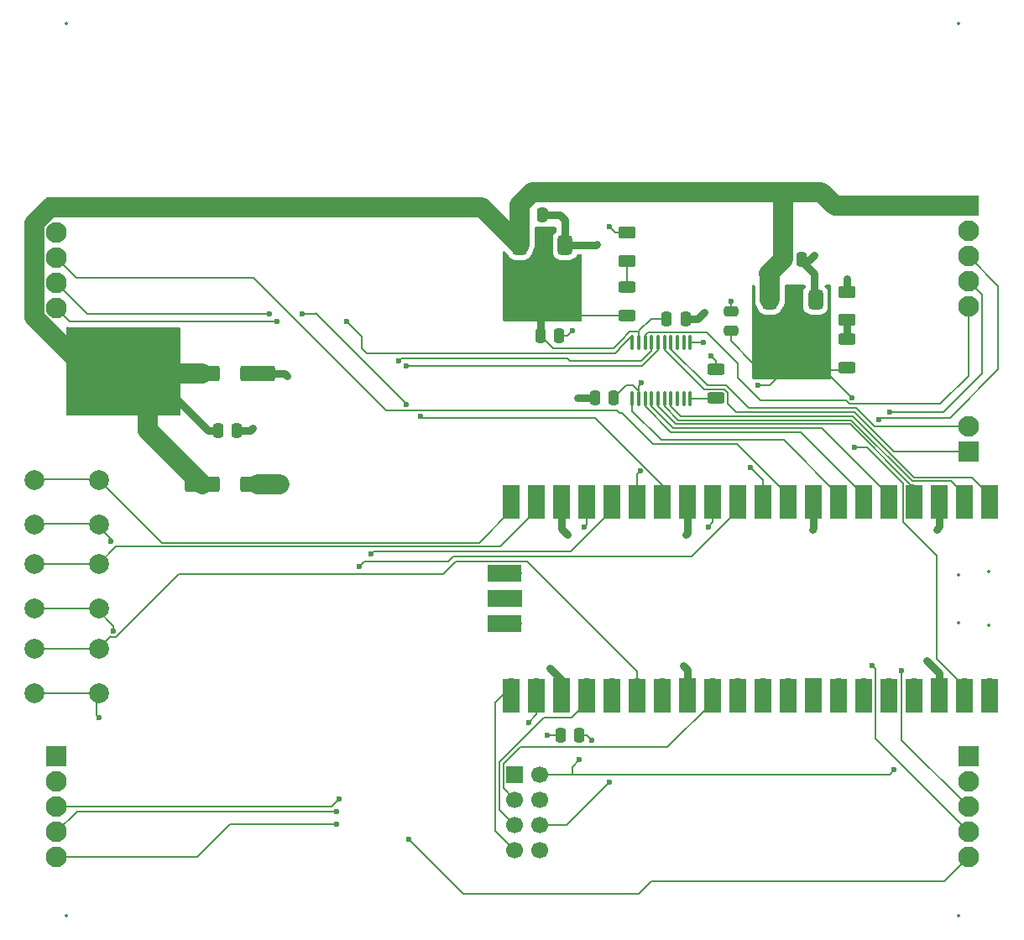
<source format=gtl>
%TF.GenerationSoftware,KiCad,Pcbnew,8.0.5*%
%TF.CreationDate,2025-02-14T12:54:28+01:00*%
%TF.ProjectId,main_board,6d61696e-5f62-46f6-9172-642e6b696361,rev?*%
%TF.SameCoordinates,Original*%
%TF.FileFunction,Copper,L1,Top*%
%TF.FilePolarity,Positive*%
%FSLAX46Y46*%
G04 Gerber Fmt 4.6, Leading zero omitted, Abs format (unit mm)*
G04 Created by KiCad (PCBNEW 8.0.5) date 2025-02-14 12:54:28*
%MOMM*%
%LPD*%
G01*
G04 APERTURE LIST*
G04 Aperture macros list*
%AMRoundRect*
0 Rectangle with rounded corners*
0 $1 Rounding radius*
0 $2 $3 $4 $5 $6 $7 $8 $9 X,Y pos of 4 corners*
0 Add a 4 corners polygon primitive as box body*
4,1,4,$2,$3,$4,$5,$6,$7,$8,$9,$2,$3,0*
0 Add four circle primitives for the rounded corners*
1,1,$1+$1,$2,$3*
1,1,$1+$1,$4,$5*
1,1,$1+$1,$6,$7*
1,1,$1+$1,$8,$9*
0 Add four rect primitives between the rounded corners*
20,1,$1+$1,$2,$3,$4,$5,0*
20,1,$1+$1,$4,$5,$6,$7,0*
20,1,$1+$1,$6,$7,$8,$9,0*
20,1,$1+$1,$8,$9,$2,$3,0*%
G04 Aperture macros list end*
%TA.AperFunction,SMDPad,CuDef*%
%ADD10RoundRect,0.250000X-0.250000X-0.475000X0.250000X-0.475000X0.250000X0.475000X-0.250000X0.475000X0*%
%TD*%
%TA.AperFunction,SMDPad,CuDef*%
%ADD11RoundRect,0.250000X-1.500000X-0.550000X1.500000X-0.550000X1.500000X0.550000X-1.500000X0.550000X0*%
%TD*%
%TA.AperFunction,SMDPad,CuDef*%
%ADD12RoundRect,0.375000X-0.375000X0.625000X-0.375000X-0.625000X0.375000X-0.625000X0.375000X0.625000X0*%
%TD*%
%TA.AperFunction,SMDPad,CuDef*%
%ADD13RoundRect,0.500000X-1.400000X0.500000X-1.400000X-0.500000X1.400000X-0.500000X1.400000X0.500000X0*%
%TD*%
%TA.AperFunction,ComponentPad*%
%ADD14R,1.700000X1.700000*%
%TD*%
%TA.AperFunction,ComponentPad*%
%ADD15C,1.700000*%
%TD*%
%TA.AperFunction,ComponentPad*%
%ADD16R,2.100000X2.100000*%
%TD*%
%TA.AperFunction,ComponentPad*%
%ADD17C,2.100000*%
%TD*%
%TA.AperFunction,ComponentPad*%
%ADD18O,1.700000X1.700000*%
%TD*%
%TA.AperFunction,SMDPad,CuDef*%
%ADD19R,1.700000X3.500000*%
%TD*%
%TA.AperFunction,SMDPad,CuDef*%
%ADD20R,3.500000X1.700000*%
%TD*%
%TA.AperFunction,SMDPad,CuDef*%
%ADD21RoundRect,0.250000X0.625000X-0.312500X0.625000X0.312500X-0.625000X0.312500X-0.625000X-0.312500X0*%
%TD*%
%TA.AperFunction,SMDPad,CuDef*%
%ADD22RoundRect,0.250000X-0.625000X0.375000X-0.625000X-0.375000X0.625000X-0.375000X0.625000X0.375000X0*%
%TD*%
%TA.AperFunction,ComponentPad*%
%ADD23C,2.000000*%
%TD*%
%TA.AperFunction,SMDPad,CuDef*%
%ADD24RoundRect,0.250000X0.250000X0.475000X-0.250000X0.475000X-0.250000X-0.475000X0.250000X-0.475000X0*%
%TD*%
%TA.AperFunction,SMDPad,CuDef*%
%ADD25RoundRect,0.250000X-0.625000X0.312500X-0.625000X-0.312500X0.625000X-0.312500X0.625000X0.312500X0*%
%TD*%
%TA.AperFunction,SMDPad,CuDef*%
%ADD26RoundRect,0.250000X0.475000X-0.250000X0.475000X0.250000X-0.475000X0.250000X-0.475000X-0.250000X0*%
%TD*%
%TA.AperFunction,SMDPad,CuDef*%
%ADD27RoundRect,0.100000X0.100000X-0.637500X0.100000X0.637500X-0.100000X0.637500X-0.100000X-0.637500X0*%
%TD*%
%TA.AperFunction,ViaPad*%
%ADD28C,0.600000*%
%TD*%
%TA.AperFunction,Conductor*%
%ADD29C,0.200000*%
%TD*%
%TA.AperFunction,Conductor*%
%ADD30C,2.000000*%
%TD*%
%TA.AperFunction,Conductor*%
%ADD31C,0.800000*%
%TD*%
%ADD32C,0.300000*%
%ADD33C,0.350000*%
G04 APERTURE END LIST*
D10*
%TO.P,C10,2*%
%TO.N,3.3V+*%
X156750000Y-126750000D03*
%TO.P,C10,1*%
%TO.N,GND*%
X154850000Y-126750000D03*
%TD*%
D11*
%TO.P,C9,1*%
%TO.N,BAT+*%
X118700000Y-101500000D03*
%TO.P,C9,2*%
%TO.N,GND*%
X124300000Y-101500000D03*
%TD*%
D12*
%TO.P,U5,1,ADJ*%
%TO.N,GND*%
X155300000Y-77350000D03*
%TO.P,U5,2,VO*%
%TO.N,5V+*%
X153000000Y-77350000D03*
D13*
X153000000Y-83650000D03*
D12*
%TO.P,U5,3,VI*%
%TO.N,BAT+*%
X150700000Y-77350000D03*
%TD*%
D11*
%TO.P,C2,1*%
%TO.N,BAT+*%
X118700000Y-90250000D03*
%TO.P,C2,2*%
%TO.N,GND*%
X124300000Y-90250000D03*
%TD*%
D14*
%TO.P,U3,1,GND*%
%TO.N,GND*%
X150210000Y-130750000D03*
D15*
%TO.P,U3,2,VCC*%
%TO.N,3.3V+*%
X152750000Y-130750000D03*
%TO.P,U3,3,CE*%
%TO.N,CE*%
X150210000Y-133290000D03*
%TO.P,U3,4,~{CSN}*%
%TO.N,CSN*%
X152750000Y-133290000D03*
%TO.P,U3,5,SCK*%
%TO.N,SCK*%
X150210000Y-135830000D03*
%TO.P,U3,6,MOSI*%
%TO.N,MOSI*%
X152750000Y-135830000D03*
%TO.P,U3,7,MISO*%
%TO.N,MISO*%
X150210000Y-138370000D03*
%TO.P,U3,8,IRQ*%
%TO.N,unconnected-(U3-IRQ-Pad8)*%
X152750000Y-138370000D03*
%TD*%
D16*
%TO.P,SERVO_4,1,Pin_1*%
%TO.N,BAT+*%
X196000000Y-128920000D03*
D17*
%TO.P,SERVO_4,2,Pin_2*%
%TO.N,GND*%
X196000000Y-131460000D03*
%TO.P,SERVO_4,3,Pin_3*%
%TO.N,LED_4*%
X196000000Y-134000000D03*
%TO.P,SERVO_4,4,Pin_4*%
%TO.N,BUT_4*%
X196000000Y-136540000D03*
%TO.P,SERVO_4,5,Pin_5*%
%TO.N,PWM_4*%
X196000000Y-139080000D03*
%TD*%
D16*
%TO.P,SERVO_2,1,Pin_1*%
%TO.N,BAT+*%
X196000000Y-73380000D03*
D17*
%TO.P,SERVO_2,2,Pin_2*%
%TO.N,GND*%
X196000000Y-75920000D03*
%TO.P,SERVO_2,3,Pin_3*%
%TO.N,LED_2*%
X196000000Y-78460000D03*
%TO.P,SERVO_2,4,Pin_4*%
%TO.N,BUT_2*%
X196000000Y-81000000D03*
%TO.P,SERVO_2,5,Pin_5*%
%TO.N,PWM_2*%
X196000000Y-83540000D03*
%TD*%
D10*
%TO.P,C7,1*%
%TO.N,5V+*%
X165550000Y-84750000D03*
%TO.P,C7,2*%
%TO.N,GND*%
X167450000Y-84750000D03*
%TD*%
D18*
%TO.P,U4,1,GPIO0*%
%TO.N,TX_3.3*%
X198130000Y-104110000D03*
D19*
X198130000Y-103210000D03*
D18*
%TO.P,U4,2,GPIO1*%
%TO.N,RX_3.3*%
X195590000Y-104110000D03*
D19*
X195590000Y-103210000D03*
D14*
%TO.P,U4,3,GND*%
%TO.N,GND*%
X193050000Y-104110000D03*
D19*
X193050000Y-103210000D03*
D18*
%TO.P,U4,4,GPIO2*%
%TO.N,PWM_1_3v3*%
X190510000Y-104110000D03*
D19*
X190510000Y-103210000D03*
D18*
%TO.P,U4,5,GPIO3*%
%TO.N,PWM_2_3v3*%
X187970000Y-104110000D03*
D19*
X187970000Y-103210000D03*
D18*
%TO.P,U4,6,GPIO4*%
%TO.N,PWM_3_3v3*%
X185430000Y-104110000D03*
D19*
X185430000Y-103210000D03*
D18*
%TO.P,U4,7,GPIO5*%
%TO.N,PWM_4_3v3*%
X182890000Y-104110000D03*
D19*
X182890000Y-103210000D03*
D14*
%TO.P,U4,8,GND*%
%TO.N,GND*%
X180350000Y-104110000D03*
D19*
X180350000Y-103210000D03*
D18*
%TO.P,U4,9,GPIO6*%
%TO.N,LED_1*%
X177810000Y-104110000D03*
D19*
X177810000Y-103210000D03*
D18*
%TO.P,U4,10,GPIO7*%
%TO.N,LED_2*%
X175270000Y-104110000D03*
D19*
X175270000Y-103210000D03*
D18*
%TO.P,U4,11,GPIO8*%
%TO.N,LED_3*%
X172730000Y-104110000D03*
D19*
X172730000Y-103210000D03*
D18*
%TO.P,U4,12,GPIO9*%
%TO.N,LED_4*%
X170190000Y-104110000D03*
D19*
X170190000Y-103210000D03*
D14*
%TO.P,U4,13,GND*%
%TO.N,GND*%
X167650000Y-104110000D03*
D19*
X167650000Y-103210000D03*
D18*
%TO.P,U4,14,GPIO10*%
%TO.N,BUT_1*%
X165110000Y-104110000D03*
D19*
X165110000Y-103210000D03*
D18*
%TO.P,U4,15,GPIO11*%
%TO.N,BUT_2*%
X162570000Y-104110000D03*
D19*
X162570000Y-103210000D03*
D18*
%TO.P,U4,16,GPIO12*%
%TO.N,BUT_3*%
X160030000Y-104110000D03*
D19*
X160030000Y-103210000D03*
D18*
%TO.P,U4,17,GPIO13*%
%TO.N,BUT_4*%
X157490000Y-104110000D03*
D19*
X157490000Y-103210000D03*
D14*
%TO.P,U4,18,GND*%
%TO.N,GND*%
X154950000Y-104110000D03*
D19*
X154950000Y-103210000D03*
D18*
%TO.P,U4,19,GPIO14*%
%TO.N,TEST_1*%
X152410000Y-104110000D03*
D19*
X152410000Y-103210000D03*
D18*
%TO.P,U4,20,GPIO15*%
%TO.N,TEST_2*%
X149870000Y-104110000D03*
D19*
X149870000Y-103210000D03*
D18*
%TO.P,U4,21,GPIO16*%
%TO.N,MISO*%
X149870000Y-121890000D03*
D19*
X149870000Y-122790000D03*
D18*
%TO.P,U4,22,GPIO17*%
%TO.N,CSN*%
X152410000Y-121890000D03*
D19*
X152410000Y-122790000D03*
D14*
%TO.P,U4,23,GND*%
%TO.N,GND*%
X154950000Y-121890000D03*
D19*
X154950000Y-122790000D03*
D18*
%TO.P,U4,24,GPIO18*%
%TO.N,SCK*%
X157490000Y-121890000D03*
D19*
X157490000Y-122790000D03*
D18*
%TO.P,U4,25,GPIO19*%
%TO.N,MOSI*%
X160030000Y-121890000D03*
D19*
X160030000Y-122790000D03*
D18*
%TO.P,U4,26,GPIO20*%
%TO.N,TEST_3*%
X162570000Y-121890000D03*
D19*
X162570000Y-122790000D03*
D18*
%TO.P,U4,27,GPIO21*%
%TO.N,unconnected-(U4-GPIO21-Pad27)*%
X165110000Y-121890000D03*
D19*
%TO.N,unconnected-(U4-GPIO21-Pad27)_1*%
X165110000Y-122790000D03*
D14*
%TO.P,U4,28,GND*%
%TO.N,GND*%
X167650000Y-121890000D03*
D19*
X167650000Y-122790000D03*
D18*
%TO.P,U4,29,GPIO22*%
%TO.N,CE*%
X170190000Y-121890000D03*
D19*
X170190000Y-122790000D03*
D18*
%TO.P,U4,30,RUN*%
%TO.N,unconnected-(U4-RUN-Pad30)*%
X172730000Y-121890000D03*
D19*
%TO.N,unconnected-(U4-RUN-Pad30)_1*%
X172730000Y-122790000D03*
D18*
%TO.P,U4,31,GPIO26_ADC0*%
%TO.N,unconnected-(U4-GPIO26_ADC0-Pad31)_1*%
X175270000Y-121890000D03*
D19*
%TO.N,unconnected-(U4-GPIO26_ADC0-Pad31)*%
X175270000Y-122790000D03*
D18*
%TO.P,U4,32,GPIO27_ADC1*%
%TO.N,unconnected-(U4-GPIO27_ADC1-Pad32)*%
X177810000Y-121890000D03*
D19*
%TO.N,unconnected-(U4-GPIO27_ADC1-Pad32)_1*%
X177810000Y-122790000D03*
D14*
%TO.P,U4,33,AGND*%
%TO.N,unconnected-(U4-AGND-Pad33)*%
X180350000Y-121890000D03*
D19*
%TO.N,unconnected-(U4-AGND-Pad33)_1*%
X180350000Y-122790000D03*
D18*
%TO.P,U4,34,GPIO28_ADC2*%
%TO.N,unconnected-(U4-GPIO28_ADC2-Pad34)*%
X182890000Y-121890000D03*
D19*
%TO.N,unconnected-(U4-GPIO28_ADC2-Pad34)_1*%
X182890000Y-122790000D03*
D18*
%TO.P,U4,35,ADC_VREF*%
%TO.N,unconnected-(U4-ADC_VREF-Pad35)_1*%
X185430000Y-121890000D03*
D19*
%TO.N,unconnected-(U4-ADC_VREF-Pad35)*%
X185430000Y-122790000D03*
D18*
%TO.P,U4,36,3V3*%
%TO.N,unconnected-(U4-3V3-Pad36)*%
X187970000Y-121890000D03*
D19*
%TO.N,unconnected-(U4-3V3-Pad36)_1*%
X187970000Y-122790000D03*
D18*
%TO.P,U4,37,3V3_EN*%
%TO.N,unconnected-(U4-3V3_EN-Pad37)*%
X190510000Y-121890000D03*
D19*
%TO.N,unconnected-(U4-3V3_EN-Pad37)_1*%
X190510000Y-122790000D03*
D14*
%TO.P,U4,38,GND*%
%TO.N,GND*%
X193050000Y-121890000D03*
D19*
X193050000Y-122790000D03*
D18*
%TO.P,U4,39,VSYS*%
%TO.N,3.3V+*%
X195590000Y-121890000D03*
D19*
X195590000Y-122790000D03*
D18*
%TO.P,U4,40,VBUS*%
%TO.N,unconnected-(U4-VBUS-Pad40)_1*%
X198130000Y-121890000D03*
D19*
%TO.N,unconnected-(U4-VBUS-Pad40)*%
X198130000Y-122790000D03*
D18*
%TO.P,U4,41,SWCLK*%
%TO.N,unconnected-(U4-SWCLK-Pad41)*%
X150100000Y-110460000D03*
D20*
X149200000Y-110460000D03*
D14*
%TO.P,U4,42,GND*%
%TO.N,unconnected-(U4-GND-Pad42)*%
X150100000Y-113000000D03*
D20*
X149200000Y-113000000D03*
D18*
%TO.P,U4,43,SWDIO*%
%TO.N,unconnected-(U4-SWDIO-Pad43)*%
X150100000Y-115540000D03*
D20*
X149200000Y-115540000D03*
%TD*%
D12*
%TO.P,U1,1,ADJ*%
%TO.N,GND*%
X180550000Y-82850000D03*
%TO.P,U1,2,VO*%
%TO.N,3.3V+*%
X178250000Y-82850000D03*
D13*
X178250000Y-89150000D03*
D12*
%TO.P,U1,3,VI*%
%TO.N,BAT+*%
X175950000Y-82850000D03*
%TD*%
D21*
%TO.P,R1,1*%
%TO.N,5V+*%
X161500000Y-84462500D03*
%TO.P,R1,2*%
%TO.N,Net-(D1-A)*%
X161500000Y-81537500D03*
%TD*%
%TO.P,R2,1*%
%TO.N,3.3V+*%
X183750000Y-89712500D03*
%TO.P,R2,2*%
%TO.N,Net-(D2-A)*%
X183750000Y-86787500D03*
%TD*%
D10*
%TO.P,C8,1*%
%TO.N,BAT+*%
X151050000Y-74250000D03*
%TO.P,C8,2*%
%TO.N,GND*%
X152950000Y-74250000D03*
%TD*%
D22*
%TO.P,D1,1,K*%
%TO.N,GND*%
X161500000Y-76100000D03*
%TO.P,D1,2,A*%
%TO.N,Net-(D1-A)*%
X161500000Y-78900000D03*
%TD*%
D23*
%TO.P,SW3,1,1*%
%TO.N,TEST_3*%
X101750000Y-118050000D03*
X108250000Y-118050000D03*
%TO.P,SW3,2,2*%
%TO.N,GND*%
X101750000Y-122550000D03*
X108250000Y-122550000D03*
%TD*%
D16*
%TO.P,SERVO_3,1,Pin_1*%
%TO.N,BAT+*%
X104000000Y-128920000D03*
D17*
%TO.P,SERVO_3,2,Pin_2*%
%TO.N,GND*%
X104000000Y-131460000D03*
%TO.P,SERVO_3,3,Pin_3*%
%TO.N,LED_3*%
X104000000Y-134000000D03*
%TO.P,SERVO_3,4,Pin_4*%
%TO.N,BUT_3*%
X104000000Y-136540000D03*
%TO.P,SERVO_3,5,Pin_5*%
%TO.N,PWM_3*%
X104000000Y-139080000D03*
%TD*%
D16*
%TO.P,RX_TX_1,1,Pin_1*%
%TO.N,RX*%
X196000000Y-98140000D03*
D17*
%TO.P,RX_TX_1,2,Pin_2*%
%TO.N,TX*%
X196000000Y-95600000D03*
%TD*%
D24*
%TO.P,C6,1*%
%TO.N,3.3V+*%
X160200000Y-92750000D03*
%TO.P,C6,2*%
%TO.N,GND*%
X158300000Y-92750000D03*
%TD*%
D16*
%TO.P,SERVO_1,1,Pin_1*%
%TO.N,BAT+*%
X104000000Y-73500000D03*
D17*
%TO.P,SERVO_1,2,Pin_2*%
%TO.N,GND*%
X104000000Y-76040000D03*
%TO.P,SERVO_1,3,Pin_3*%
%TO.N,LED_1*%
X104000000Y-78580000D03*
%TO.P,SERVO_1,4,Pin_4*%
%TO.N,BUT_1*%
X104000000Y-81120000D03*
%TO.P,SERVO_1,5,Pin_5*%
%TO.N,PWM_1*%
X104000000Y-83660000D03*
%TD*%
D10*
%TO.P,C5,1*%
%TO.N,BAT+*%
X120300000Y-96000000D03*
%TO.P,C5,2*%
%TO.N,GND*%
X122200000Y-96000000D03*
%TD*%
D25*
%TO.P,R3,1*%
%TO.N,GND*%
X170500000Y-89825000D03*
%TO.P,R3,2*%
%TO.N,Net-(U2-OE)*%
X170500000Y-92750000D03*
%TD*%
D10*
%TO.P,C3,1*%
%TO.N,BAT+*%
X177250000Y-78750000D03*
%TO.P,C3,2*%
%TO.N,GND*%
X179150000Y-78750000D03*
%TD*%
D22*
%TO.P,D2,1,K*%
%TO.N,GND*%
X183750000Y-82100000D03*
%TO.P,D2,2,A*%
%TO.N,Net-(D2-A)*%
X183750000Y-84900000D03*
%TD*%
D23*
%TO.P,SW1,1,1*%
%TO.N,TEST_1*%
X101750000Y-109500000D03*
X108250000Y-109500000D03*
%TO.P,SW1,2,2*%
%TO.N,GND*%
X101750000Y-114000000D03*
X108250000Y-114000000D03*
%TD*%
%TO.P,SW2,1,1*%
%TO.N,TEST_2*%
X101750000Y-101000000D03*
X108250000Y-101000000D03*
%TO.P,SW2,2,2*%
%TO.N,GND*%
X101750000Y-105500000D03*
X108250000Y-105500000D03*
%TD*%
D26*
%TO.P,C4,1*%
%TO.N,3.3V+*%
X172000000Y-85950000D03*
%TO.P,C4,2*%
%TO.N,GND*%
X172000000Y-84050000D03*
%TD*%
D27*
%TO.P,U2,1,A1*%
%TO.N,PWM_4_3v3*%
X162075000Y-92862500D03*
%TO.P,U2,2,VCCA*%
%TO.N,3.3V+*%
X162725000Y-92862500D03*
%TO.P,U2,3,A2*%
%TO.N,PWM_3_3v3*%
X163375000Y-92862500D03*
%TO.P,U2,4,A3*%
%TO.N,PWM_2_3v3*%
X164025000Y-92862500D03*
%TO.P,U2,5,A4*%
%TO.N,PWM_1_3v3*%
X164675000Y-92862500D03*
%TO.P,U2,6,A5*%
%TO.N,RX_3.3*%
X165325000Y-92862500D03*
%TO.P,U2,7,A6*%
%TO.N,TX_3.3*%
X165975000Y-92862500D03*
%TO.P,U2,8,A7*%
%TO.N,unconnected-(U2-A7-Pad8)*%
X166625000Y-92862500D03*
%TO.P,U2,9,A8*%
%TO.N,unconnected-(U2-A8-Pad9)*%
X167275000Y-92862500D03*
%TO.P,U2,10,OE*%
%TO.N,Net-(U2-OE)*%
X167925000Y-92862500D03*
%TO.P,U2,11,GND*%
%TO.N,GND*%
X167925000Y-87137500D03*
%TO.P,U2,12,B8*%
%TO.N,unconnected-(U2-B8-Pad12)*%
X167275000Y-87137500D03*
%TO.P,U2,13,B7*%
%TO.N,unconnected-(U2-B7-Pad13)*%
X166625000Y-87137500D03*
%TO.P,U2,14,B6*%
%TO.N,TX*%
X165975000Y-87137500D03*
%TO.P,U2,15,B5*%
%TO.N,RX*%
X165325000Y-87137500D03*
%TO.P,U2,16,B4*%
%TO.N,PWM_4*%
X164675000Y-87137500D03*
%TO.P,U2,17,B3*%
%TO.N,PWM_3*%
X164025000Y-87137500D03*
%TO.P,U2,18,B2*%
%TO.N,PWM_2*%
X163375000Y-87137500D03*
%TO.P,U2,19,VCCB*%
%TO.N,5V+*%
X162725000Y-87137500D03*
%TO.P,U2,20,B1*%
%TO.N,PWM_1*%
X162075000Y-87137500D03*
%TD*%
D10*
%TO.P,C1,1*%
%TO.N,5V+*%
X152800000Y-86500000D03*
%TO.P,C1,2*%
%TO.N,GND*%
X154700000Y-86500000D03*
%TD*%
D28*
%TO.N,3.3V+*%
X158000000Y-127250000D03*
X156750000Y-129250000D03*
%TO.N,GND*%
X153500000Y-126750000D03*
X159750000Y-75500000D03*
X126500000Y-101500000D03*
%TO.N,3.3V+*%
X181600000Y-87500000D03*
X188500000Y-130250000D03*
X176000000Y-86100000D03*
X176700000Y-86100000D03*
X179500000Y-84700000D03*
X180300000Y-88800000D03*
X180900000Y-86800000D03*
X175300000Y-86800000D03*
X179500000Y-85400000D03*
X180200000Y-84700000D03*
X180200000Y-86100000D03*
X174600000Y-88200000D03*
X180900000Y-87500000D03*
X181600000Y-84700000D03*
X174600000Y-89600000D03*
X180900000Y-88200000D03*
X175300000Y-89600000D03*
X176700000Y-87500000D03*
X181500000Y-90300000D03*
X180900000Y-85400000D03*
X181600000Y-88900000D03*
X175300000Y-90300000D03*
X181600000Y-86100000D03*
X181500000Y-89600000D03*
X176000000Y-87500000D03*
X174600000Y-90300000D03*
X174750000Y-91500000D03*
X184500000Y-97750000D03*
X180900000Y-84700000D03*
X176000000Y-85400000D03*
X176000000Y-88900000D03*
X176700000Y-85400000D03*
X176000000Y-90300000D03*
X174600000Y-88900000D03*
X180200000Y-87500000D03*
X174600000Y-87500000D03*
X181600000Y-88200000D03*
X180300000Y-88100000D03*
X184250000Y-92750000D03*
X176700000Y-84700000D03*
X181600000Y-86800000D03*
X180800000Y-90300000D03*
X175300000Y-84700000D03*
X180800000Y-89600000D03*
X179500000Y-86800000D03*
X175300000Y-87500000D03*
X175300000Y-88900000D03*
X179500000Y-86100000D03*
X176700000Y-86800000D03*
X174600000Y-86800000D03*
X180900000Y-86100000D03*
X180200000Y-85400000D03*
X176000000Y-89600000D03*
X181600000Y-85400000D03*
X176000000Y-88200000D03*
X163000000Y-91250000D03*
X180200000Y-86800000D03*
X176000000Y-84700000D03*
X174600000Y-84700000D03*
X175300000Y-86100000D03*
X175300000Y-88200000D03*
X174600000Y-86100000D03*
X175300000Y-85400000D03*
X174600000Y-85400000D03*
X179500000Y-87500000D03*
X180900000Y-88900000D03*
X176000000Y-86800000D03*
%TO.N,BAT+*%
X109500000Y-86250000D03*
X114750000Y-86250000D03*
X108000000Y-94000000D03*
X105750000Y-88000000D03*
X107250000Y-94000000D03*
X105750000Y-87250000D03*
X111000000Y-86250000D03*
X110250000Y-86250000D03*
X105750000Y-89500000D03*
X111000000Y-94000000D03*
X105750000Y-94000000D03*
X105750000Y-91000000D03*
X105750000Y-88750000D03*
X115500000Y-88750000D03*
X114750000Y-94000000D03*
X112500000Y-94000000D03*
X114000000Y-94000000D03*
X115500000Y-94000000D03*
X115500000Y-87250000D03*
X112500000Y-86250000D03*
X105750000Y-90250000D03*
X115500000Y-92500000D03*
X115500000Y-91750000D03*
X115500000Y-88000000D03*
X106500000Y-94000000D03*
X111750000Y-86250000D03*
X108750000Y-94000000D03*
X114000000Y-86250000D03*
X109500000Y-94000000D03*
X115500000Y-93250000D03*
X115500000Y-91000000D03*
X105750000Y-91750000D03*
X113250000Y-94000000D03*
X115500000Y-90250000D03*
X105750000Y-92500000D03*
X110250000Y-94000000D03*
X115500000Y-86500000D03*
X111750000Y-94000000D03*
X105750000Y-93250000D03*
X113250000Y-86250000D03*
X115500000Y-89500000D03*
%TO.N,GND*%
X155500000Y-106500000D03*
X123750000Y-95750000D03*
X109750000Y-116250000D03*
X191750000Y-119250000D03*
X157750000Y-77350000D03*
X157000000Y-77350000D03*
X180250000Y-106000000D03*
X158400000Y-77350000D03*
X172000000Y-83000000D03*
X155300000Y-75500000D03*
X167500000Y-106500000D03*
X155125000Y-74625000D03*
X156500000Y-92750000D03*
X154250000Y-74250000D03*
X167250000Y-119750000D03*
X192750000Y-106000000D03*
X127250000Y-90500000D03*
X183750000Y-80750000D03*
X170000000Y-88500000D03*
X180395406Y-78350000D03*
X169200000Y-87137500D03*
X153750000Y-120000000D03*
X109500000Y-107250000D03*
X169300000Y-84100000D03*
X156000000Y-86000000D03*
X108250000Y-125000000D03*
%TO.N,PWM_1*%
X133250000Y-85000000D03*
X126250000Y-85000000D03*
%TO.N,BUT_1*%
X140750000Y-94600000D03*
X139250000Y-93400000D03*
X128750000Y-84250000D03*
X125500000Y-84250000D03*
%TO.N,BUT_2*%
X188000000Y-94150000D03*
X162875000Y-100125000D03*
%TO.N,LED_2*%
X186900000Y-94950000D03*
X174000000Y-99750000D03*
%TO.N,PWM_3*%
X138500000Y-89000000D03*
X132250000Y-135750000D03*
%TO.N,BUT_3*%
X135750000Y-108500000D03*
X132250000Y-134500000D03*
%TO.N,LED_3*%
X134500000Y-109750000D03*
X132500000Y-133250000D03*
%TO.N,PWM_4*%
X139500000Y-137250000D03*
X139250000Y-89500000D03*
%TO.N,LED_4*%
X169750000Y-105750000D03*
X189250000Y-120250000D03*
%TO.N,BUT_4*%
X157250000Y-105750000D03*
X186250000Y-119750000D03*
%TO.N,CSN*%
X151600000Y-125500000D03*
%TO.N,MOSI*%
X159750000Y-131500000D03*
%TO.N,5V+*%
X150300000Y-83100000D03*
X151000000Y-80000000D03*
X154300000Y-80700000D03*
X155000000Y-79300000D03*
X155700000Y-81000000D03*
X150300000Y-82400000D03*
X155700000Y-82400000D03*
X156400000Y-83800000D03*
X155000000Y-80000000D03*
X155000000Y-80700000D03*
X151700000Y-80700000D03*
X151000000Y-80700000D03*
X150300000Y-80200000D03*
X151700000Y-79300000D03*
X149600000Y-80200000D03*
X151000000Y-81400000D03*
X154300000Y-81400000D03*
X151700000Y-80000000D03*
X155700000Y-84500000D03*
X156400000Y-83100000D03*
X150300000Y-81000000D03*
X156400000Y-82400000D03*
X155700000Y-80200000D03*
X151700000Y-81400000D03*
X156400000Y-79300000D03*
X150300000Y-81700000D03*
X149600000Y-81000000D03*
X149600000Y-82400000D03*
X155700000Y-79300000D03*
X149600000Y-83800000D03*
X154300000Y-79300000D03*
X154300000Y-80000000D03*
X156400000Y-81000000D03*
X155000000Y-81400000D03*
X156400000Y-81700000D03*
X156400000Y-84500000D03*
X149600000Y-79300000D03*
X150300000Y-79300000D03*
X155700000Y-81700000D03*
X150300000Y-84500000D03*
X149600000Y-81700000D03*
X155700000Y-83100000D03*
X149600000Y-83100000D03*
X151000000Y-79300000D03*
X155700000Y-83800000D03*
X156400000Y-80200000D03*
X149600000Y-84500000D03*
X150300000Y-83800000D03*
%TD*%
D29*
%TO.N,3.3V+*%
X157500000Y-126750000D02*
X156750000Y-126750000D01*
X158000000Y-127250000D02*
X157500000Y-126750000D01*
X156000000Y-130750000D02*
X156000000Y-130000000D01*
X156000000Y-130750000D02*
X188000000Y-130750000D01*
X156000000Y-130000000D02*
X156750000Y-129250000D01*
X152750000Y-130750000D02*
X156000000Y-130750000D01*
%TO.N,GND*%
X154850000Y-126750000D02*
X153500000Y-126750000D01*
X160350000Y-76100000D02*
X159750000Y-75500000D01*
X161500000Y-76100000D02*
X160350000Y-76100000D01*
%TO.N,Net-(D1-A)*%
X161500000Y-81537500D02*
X161500000Y-78900000D01*
%TO.N,5V+*%
X153812500Y-84462500D02*
X153000000Y-83650000D01*
X161500000Y-84462500D02*
X153812500Y-84462500D01*
X162630956Y-86081544D02*
X162725000Y-85987500D01*
X161825000Y-86081544D02*
X162630956Y-86081544D01*
X163962500Y-84750000D02*
X165550000Y-84750000D01*
X162725000Y-85987500D02*
X163962500Y-84750000D01*
D30*
%TO.N,BAT+*%
X177250000Y-72000000D02*
X177250000Y-78750000D01*
X177250000Y-72000000D02*
X152000000Y-72000000D01*
X181120000Y-72000000D02*
X177250000Y-72000000D01*
X175950000Y-80304594D02*
X175950000Y-82850000D01*
X175845406Y-80200000D02*
X175950000Y-80304594D01*
D31*
X175845406Y-82745406D02*
X175950000Y-82850000D01*
D30*
%TO.N,GND*%
X124300000Y-101500000D02*
X126500000Y-101500000D01*
%TO.N,BAT+*%
X113200000Y-96000000D02*
X113200000Y-92100000D01*
X118700000Y-101500000D02*
X113200000Y-96000000D01*
D29*
%TO.N,3.3V+*%
X184250000Y-92750000D02*
X180750000Y-89250000D01*
X160200000Y-92750000D02*
X161450000Y-91500000D01*
X192750000Y-119050000D02*
X195590000Y-121890000D01*
X163000000Y-91250000D02*
X162725000Y-91525000D01*
X162125000Y-91500000D02*
X162725000Y-92100000D01*
X192750000Y-108650000D02*
X192750000Y-119050000D01*
X161450000Y-91500000D02*
X162125000Y-91500000D01*
X172000000Y-85950000D02*
X172000000Y-87000000D01*
X178145406Y-89250000D02*
X175895406Y-91500000D01*
X172000000Y-87000000D02*
X174250000Y-89250000D01*
X184500000Y-97750000D02*
X185710000Y-97750000D01*
X174250000Y-89250000D02*
X178145406Y-89250000D01*
X180750000Y-89250000D02*
X178145406Y-89250000D01*
X178820406Y-89925000D02*
X178145406Y-89250000D01*
X162725000Y-92100000D02*
X162725000Y-92862500D01*
X178145406Y-82950000D02*
X177800000Y-82950000D01*
X188000000Y-130750000D02*
X188500000Y-130250000D01*
X175895406Y-91500000D02*
X174750000Y-91500000D01*
X189360000Y-105260000D02*
X192750000Y-108650000D01*
X183750000Y-89925000D02*
X178820406Y-89925000D01*
X185710000Y-97750000D02*
X189360000Y-101400000D01*
X162725000Y-91525000D02*
X162725000Y-92862500D01*
X189360000Y-101400000D02*
X189360000Y-105260000D01*
D31*
X177620406Y-89775000D02*
X178145406Y-89250000D01*
D30*
%TO.N,BAT+*%
X101750000Y-75108019D02*
X101750000Y-84591981D01*
D31*
X115500000Y-92250000D02*
X115500000Y-90250000D01*
X119250000Y-96000000D02*
X115500000Y-92250000D01*
D30*
X104000000Y-73500000D02*
X103358019Y-73500000D01*
D31*
X120300000Y-96000000D02*
X119250000Y-96000000D01*
D30*
X182500000Y-73380000D02*
X181120000Y-72000000D01*
X152000000Y-72000000D02*
X150700000Y-73300000D01*
X105908019Y-88750000D02*
X109000000Y-88750000D01*
X118700000Y-90250000D02*
X115500000Y-90250000D01*
X101750000Y-84591981D02*
X105908019Y-88750000D01*
X177195406Y-78850000D02*
X175845406Y-80200000D01*
X150700000Y-73300000D02*
X150700000Y-77350000D01*
X150700000Y-77350000D02*
X146850000Y-73500000D01*
X103358019Y-73500000D02*
X101750000Y-75108019D01*
X146850000Y-73500000D02*
X104000000Y-73500000D01*
X182500000Y-73380000D02*
X196000000Y-73380000D01*
D31*
%TO.N,GND*%
X154250000Y-74250000D02*
X154750000Y-74250000D01*
X155300000Y-74800000D02*
X155300000Y-75500000D01*
X154950000Y-104110000D02*
X154950000Y-105950000D01*
D29*
X170500000Y-89825000D02*
X170500000Y-89000000D01*
D31*
X154950000Y-105950000D02*
X155500000Y-106500000D01*
X155125000Y-74625000D02*
X155300000Y-74800000D01*
X167650000Y-106350000D02*
X167500000Y-106500000D01*
D29*
X169200000Y-87137500D02*
X167925000Y-87137500D01*
D31*
X157000000Y-77350000D02*
X157750000Y-77350000D01*
D29*
X154700000Y-86500000D02*
X155500000Y-86500000D01*
D31*
X179895406Y-78850000D02*
X180395406Y-78350000D01*
D29*
X109750000Y-115750000D02*
X109750000Y-116250000D01*
D31*
X180350000Y-104110000D02*
X180350000Y-105900000D01*
X123500000Y-96000000D02*
X123750000Y-95750000D01*
D29*
X108000000Y-105450000D02*
X101500000Y-105450000D01*
X108000000Y-114000000D02*
X109750000Y-115750000D01*
D31*
X158300000Y-92750000D02*
X156500000Y-92750000D01*
X155300000Y-77350000D02*
X157000000Y-77350000D01*
X153200000Y-74000000D02*
X152950000Y-74250000D01*
X155300000Y-75500000D02*
X155300000Y-77350000D01*
X180445406Y-80200000D02*
X180445406Y-82950000D01*
X168650000Y-84750000D02*
X169300000Y-84100000D01*
X124300000Y-90250000D02*
X127000000Y-90250000D01*
X154950000Y-121890000D02*
X154950000Y-121200000D01*
D29*
X108000000Y-124750000D02*
X108250000Y-125000000D01*
X108000000Y-122550000D02*
X108000000Y-124750000D01*
D31*
X183750000Y-82062500D02*
X183750000Y-80750000D01*
X152950000Y-74250000D02*
X154250000Y-74250000D01*
X193050000Y-120550000D02*
X191750000Y-119250000D01*
X167450000Y-84750000D02*
X168650000Y-84750000D01*
X193050000Y-105700000D02*
X192750000Y-106000000D01*
X157750000Y-77350000D02*
X158400000Y-77350000D01*
X122200000Y-96000000D02*
X123500000Y-96000000D01*
D29*
X172000000Y-84050000D02*
X172000000Y-83000000D01*
X108000000Y-105450000D02*
X109500000Y-106950000D01*
D31*
X193050000Y-121890000D02*
X193050000Y-120550000D01*
X127000000Y-90250000D02*
X127250000Y-90500000D01*
X167650000Y-121890000D02*
X167650000Y-120150000D01*
D29*
X108000000Y-114000000D02*
X101500000Y-114000000D01*
D31*
X158500000Y-77250000D02*
X158400000Y-77350000D01*
X179095406Y-78850000D02*
X179895406Y-78850000D01*
X154750000Y-74250000D02*
X155125000Y-74625000D01*
D29*
X170500000Y-89000000D02*
X170000000Y-88500000D01*
D31*
X179095406Y-78850000D02*
X180445406Y-80200000D01*
D29*
X109500000Y-106950000D02*
X109500000Y-107250000D01*
X155500000Y-86500000D02*
X156000000Y-86000000D01*
D31*
X167650000Y-104110000D02*
X167650000Y-106350000D01*
X154950000Y-121200000D02*
X153750000Y-120000000D01*
X193050000Y-104110000D02*
X193050000Y-105700000D01*
X180350000Y-105900000D02*
X180250000Y-106000000D01*
D29*
X108000000Y-122550000D02*
X101500000Y-122550000D01*
D31*
X167650000Y-120150000D02*
X167250000Y-119750000D01*
D29*
%TO.N,TX*%
X186481372Y-95600000D02*
X196000000Y-95600000D01*
X169669044Y-91487500D02*
X171525430Y-91487500D01*
X173787930Y-93750000D02*
X184631372Y-93750000D01*
X171525430Y-91487500D02*
X173787930Y-93750000D01*
X165975000Y-87793456D02*
X169669044Y-91487500D01*
X184631372Y-93750000D02*
X186481372Y-95600000D01*
X165975000Y-87137500D02*
X165975000Y-87793456D01*
%TO.N,RX*%
X171675000Y-93297244D02*
X172577756Y-94200000D01*
X172577756Y-94200000D02*
X184515686Y-94200000D01*
X171675000Y-92202756D02*
X171675000Y-93297244D01*
X169305956Y-91855955D02*
X169305956Y-91887500D01*
X184515686Y-94200000D02*
X188455686Y-98140000D01*
X171359744Y-91887500D02*
X171675000Y-92202756D01*
X165325000Y-87874999D02*
X169305956Y-91855955D01*
X169305956Y-91887500D02*
X171359744Y-91887500D01*
X188455686Y-98140000D02*
X196000000Y-98140000D01*
X165325000Y-87137500D02*
X165325000Y-87874999D01*
%TO.N,PWM_1*%
X134771728Y-86521728D02*
X134771728Y-87750000D01*
X135271728Y-88250000D02*
X134771728Y-87750000D01*
X160828272Y-87750000D02*
X160328272Y-88250000D01*
X125000000Y-85000000D02*
X126250000Y-85000000D01*
X160328272Y-88250000D02*
X135271728Y-88250000D01*
X162075000Y-87137500D02*
X162075000Y-86481544D01*
X105340000Y-85000000D02*
X125000000Y-85000000D01*
X133250000Y-85000000D02*
X134771728Y-86521728D01*
X162075000Y-86481544D02*
X160806544Y-87750000D01*
X104000000Y-83660000D02*
X105340000Y-85000000D01*
%TO.N,LED_1*%
X164150000Y-97400000D02*
X161000000Y-94250000D01*
X106020000Y-80600000D02*
X104000000Y-78580000D01*
X161000000Y-94250000D02*
X160750000Y-94250000D01*
X177810000Y-104110000D02*
X177810000Y-102550000D01*
X177810000Y-102550000D02*
X172660000Y-97400000D01*
X137250000Y-94000000D02*
X123850000Y-80600000D01*
X160750000Y-94250000D02*
X160500000Y-94000000D01*
X172660000Y-97400000D02*
X164150000Y-97400000D01*
X160500000Y-94000000D02*
X137250000Y-94000000D01*
X123850000Y-80600000D02*
X106020000Y-80600000D01*
%TO.N,BUT_1*%
X128750000Y-84250000D02*
X130000000Y-84250000D01*
X139250000Y-93325000D02*
X130087500Y-84162500D01*
X165110000Y-101511471D02*
X165110000Y-104110000D01*
X140900000Y-94750000D02*
X158348529Y-94750000D01*
X130000000Y-84250000D02*
X130087500Y-84162500D01*
X139250000Y-93400000D02*
X139250000Y-93325000D01*
X107130000Y-84250000D02*
X125500000Y-84250000D01*
X158348529Y-94750000D02*
X165110000Y-101511471D01*
X140750000Y-94600000D02*
X140900000Y-94750000D01*
X104000000Y-81120000D02*
X107130000Y-84250000D01*
%TO.N,BUT_2*%
X193450000Y-94150000D02*
X197350000Y-90250000D01*
X162570000Y-100430000D02*
X162570000Y-104110000D01*
X197350000Y-82350000D02*
X196000000Y-81000000D01*
X162875000Y-100125000D02*
X162570000Y-100430000D01*
X188000000Y-94150000D02*
X193450000Y-94150000D01*
X197350000Y-90250000D02*
X197350000Y-82350000D01*
%TO.N,LED_2*%
X186900000Y-94950000D02*
X187100000Y-94750000D01*
X175270000Y-101020000D02*
X174000000Y-99750000D01*
X194150000Y-94750000D02*
X199000000Y-89900000D01*
X187100000Y-94750000D02*
X194150000Y-94750000D01*
X199000000Y-89900000D02*
X199000000Y-81460000D01*
X175270000Y-104110000D02*
X175270000Y-101020000D01*
X199000000Y-81460000D02*
X196000000Y-78460000D01*
%TO.N,PWM_2*%
X163375000Y-87137500D02*
X163375000Y-86400001D01*
X196000000Y-90500000D02*
X196000000Y-83540000D01*
X163675001Y-86100000D02*
X169600000Y-86100000D01*
X183651471Y-93000000D02*
X184001471Y-93350000D01*
X193150000Y-93350000D02*
X196000000Y-90500000D01*
X172750000Y-89250000D02*
X172750000Y-90750000D01*
X172750000Y-90750000D02*
X175000000Y-93000000D01*
X163375000Y-86400001D02*
X163675001Y-86100000D01*
X169600000Y-86100000D02*
X172750000Y-89250000D01*
X184001471Y-93350000D02*
X193150000Y-93350000D01*
X175000000Y-93000000D02*
X183651471Y-93000000D01*
%TO.N,PWM_3*%
X118170000Y-139080000D02*
X104000000Y-139080000D01*
X132250000Y-135750000D02*
X121500000Y-135750000D01*
X138750000Y-88750000D02*
X138500000Y-89000000D01*
X163000000Y-89000000D02*
X155750000Y-89000000D01*
X164025000Y-87137500D02*
X164025000Y-87975000D01*
X155500000Y-88750000D02*
X138750000Y-88750000D01*
X164025000Y-87975000D02*
X163000000Y-89000000D01*
X155750000Y-89000000D02*
X155500000Y-88750000D01*
X121500000Y-135750000D02*
X118170000Y-139080000D01*
%TO.N,BUT_3*%
X106040000Y-134500000D02*
X104000000Y-136540000D01*
X132250000Y-134500000D02*
X106040000Y-134500000D01*
X143500000Y-108250000D02*
X136000000Y-108250000D01*
X155890000Y-108250000D02*
X143500000Y-108250000D01*
X160030000Y-104110000D02*
X155890000Y-108250000D01*
X136000000Y-108250000D02*
X135750000Y-108500000D01*
%TO.N,LED_3*%
X135000000Y-109250000D02*
X134500000Y-109750000D01*
X143500000Y-109250000D02*
X135000000Y-109250000D01*
X132500000Y-133250000D02*
X131750000Y-134000000D01*
X168090000Y-108750000D02*
X144000000Y-108750000D01*
X172730000Y-104110000D02*
X168090000Y-108750000D01*
X131750000Y-134000000D02*
X104000000Y-134000000D01*
X144000000Y-108750000D02*
X143500000Y-109250000D01*
%TO.N,PWM_4*%
X163065686Y-89500000D02*
X164675000Y-87890686D01*
X162750000Y-142750000D02*
X145000000Y-142750000D01*
X139250000Y-89500000D02*
X163065686Y-89500000D01*
X196000000Y-139080000D02*
X193580000Y-141500000D01*
X193580000Y-141500000D02*
X164000000Y-141500000D01*
X164675000Y-87890686D02*
X164675000Y-87137500D01*
X164000000Y-141500000D02*
X162750000Y-142750000D01*
X145000000Y-142750000D02*
X139500000Y-137250000D01*
%TO.N,LED_4*%
X189250000Y-127250000D02*
X196000000Y-134000000D01*
X170190000Y-104110000D02*
X170190000Y-105310000D01*
X189250000Y-120250000D02*
X189250000Y-127250000D01*
X170190000Y-105310000D02*
X169750000Y-105750000D01*
%TO.N,BUT_4*%
X157490000Y-105510000D02*
X157250000Y-105750000D01*
X186250000Y-119750000D02*
X186580000Y-120080000D01*
X186580000Y-120080000D02*
X186580000Y-127120000D01*
X186580000Y-127120000D02*
X196000000Y-136540000D01*
X157490000Y-104110000D02*
X157490000Y-105510000D01*
%TO.N,TEST_1*%
X108250000Y-109500000D02*
X110000000Y-107750000D01*
X108000000Y-109500000D02*
X101500000Y-109500000D01*
X110000000Y-107750000D02*
X148770000Y-107750000D01*
X148770000Y-107750000D02*
X152410000Y-104110000D01*
%TO.N,TEST_2*%
X114600000Y-107350000D02*
X146630000Y-107350000D01*
X146630000Y-107350000D02*
X149870000Y-104110000D01*
X108250000Y-101000000D02*
X114600000Y-107350000D01*
X108000000Y-100950000D02*
X101500000Y-100950000D01*
%TO.N,TEST_3*%
X108250000Y-118050000D02*
X101750000Y-118050000D01*
X109475736Y-116824264D02*
X109501471Y-116850000D01*
X162570000Y-120320000D02*
X162570000Y-121890000D01*
X151500000Y-109250000D02*
X162570000Y-120320000D01*
X143000000Y-110500000D02*
X144250000Y-109250000D01*
X109998529Y-116850000D02*
X116348529Y-110500000D01*
X108250000Y-118050000D02*
X109475736Y-116824264D01*
X116348529Y-110500000D02*
X143000000Y-110500000D01*
X109501471Y-116850000D02*
X109998529Y-116850000D01*
X144250000Y-109250000D02*
X151500000Y-109250000D01*
%TO.N,CE*%
X149060000Y-129690000D02*
X150750000Y-128000000D01*
X150750000Y-128000000D02*
X165640000Y-128000000D01*
X170190000Y-123450000D02*
X170190000Y-121890000D01*
X149060000Y-132140000D02*
X149060000Y-129690000D01*
X165640000Y-128000000D02*
X170190000Y-123450000D01*
X150210000Y-133290000D02*
X149060000Y-132140000D01*
%TO.N,MISO*%
X150210000Y-138370000D02*
X148260000Y-136420000D01*
X148260000Y-136420000D02*
X148260000Y-123500000D01*
X148260000Y-123500000D02*
X149870000Y-121890000D01*
%TO.N,CSN*%
X152410000Y-121890000D02*
X152410000Y-124690000D01*
X152410000Y-124690000D02*
X151600000Y-125500000D01*
%TO.N,MOSI*%
X155420000Y-135830000D02*
X159750000Y-131500000D01*
X152750000Y-135830000D02*
X155420000Y-135830000D01*
%TO.N,SCK*%
X153184314Y-125000000D02*
X155940000Y-125000000D01*
X150210000Y-135830000D02*
X148660000Y-134280000D01*
X157490000Y-123450000D02*
X157490000Y-121890000D01*
X155940000Y-125000000D02*
X157490000Y-123450000D01*
X148660000Y-129524314D02*
X153184314Y-125000000D01*
X148660000Y-134280000D02*
X148660000Y-129524314D01*
%TO.N,RX_3.3*%
X190344314Y-101160000D02*
X184184314Y-95000000D01*
X194200000Y-101160000D02*
X190344314Y-101160000D01*
X195590000Y-104110000D02*
X195590000Y-102550000D01*
X166725001Y-95000000D02*
X165325000Y-93599999D01*
X184184314Y-95000000D02*
X166725001Y-95000000D01*
X165325000Y-93599999D02*
X165325000Y-92862500D01*
X195590000Y-102550000D02*
X194200000Y-101160000D01*
%TO.N,PWM_1_3v3*%
X190178628Y-101560000D02*
X184018628Y-95400000D01*
X164675000Y-93599999D02*
X164675000Y-92862500D01*
X190510000Y-104110000D02*
X190510000Y-101560000D01*
X184018628Y-95400000D02*
X166475001Y-95400000D01*
X166475001Y-95400000D02*
X164675000Y-93599999D01*
X190510000Y-101560000D02*
X190178628Y-101560000D01*
%TO.N,PWM_3_3v3*%
X179080000Y-96200000D02*
X165975001Y-96200000D01*
X185430000Y-102550000D02*
X179080000Y-96200000D01*
X163375000Y-93599999D02*
X163375000Y-92862500D01*
X185430000Y-104110000D02*
X185430000Y-102550000D01*
X165975001Y-96200000D02*
X163375000Y-93599999D01*
%TO.N,TX_3.3*%
X165975000Y-92862500D02*
X165975000Y-93599999D01*
X165975000Y-93599999D02*
X166975001Y-94600000D01*
X190510000Y-100760000D02*
X196340000Y-100760000D01*
X198130000Y-102550000D02*
X198130000Y-104110000D01*
X184350000Y-94600000D02*
X190510000Y-100760000D01*
X196340000Y-100760000D02*
X198130000Y-102550000D01*
X166975001Y-94600000D02*
X184350000Y-94600000D01*
%TO.N,PWM_4_3v3*%
X177340000Y-97000000D02*
X182890000Y-102550000D01*
X162075000Y-94075000D02*
X165000000Y-97000000D01*
X182890000Y-102550000D02*
X182890000Y-104110000D01*
X162075000Y-92862500D02*
X162075000Y-94075000D01*
X165000000Y-97000000D02*
X177340000Y-97000000D01*
%TO.N,PWM_2_3v3*%
X164025000Y-93599999D02*
X164025000Y-92862500D01*
X166225001Y-95800000D02*
X164025000Y-93599999D01*
X187970000Y-102550000D02*
X181220000Y-95800000D01*
X181220000Y-95800000D02*
X166225001Y-95800000D01*
X187970000Y-104110000D02*
X187970000Y-102550000D01*
D31*
%TO.N,5V+*%
X152800000Y-86500000D02*
X152800000Y-83850000D01*
D29*
X154050000Y-87750000D02*
X152800000Y-86500000D01*
X162725000Y-85987500D02*
X162725000Y-86000000D01*
D31*
X153000000Y-77350000D02*
X153000000Y-83650000D01*
D29*
X160178272Y-87750000D02*
X154050000Y-87750000D01*
D31*
X153050000Y-77300000D02*
X153000000Y-77350000D01*
X152800000Y-83850000D02*
X153000000Y-83650000D01*
D29*
X162725000Y-87137500D02*
X162725000Y-87793456D01*
X161825000Y-86081544D02*
X160906544Y-87000000D01*
X160928272Y-87000000D02*
X160178272Y-87750000D01*
X162725000Y-86000000D02*
X162725000Y-87137500D01*
D31*
%TO.N,Net-(D2-A)*%
X183750000Y-84862500D02*
X183750000Y-87000000D01*
D29*
%TO.N,Net-(U2-OE)*%
X170387500Y-92862500D02*
X170500000Y-92750000D01*
X167925000Y-92862500D02*
X170387500Y-92862500D01*
%TO.N,GND*%
X150210000Y-130750000D02*
X150210000Y-130040000D01*
%TD*%
%TA.AperFunction,Conductor*%
%TO.N,3.3V+*%
G36*
X174392539Y-81369685D02*
G01*
X174438294Y-81422489D01*
X174449500Y-81474000D01*
X174449500Y-82968097D01*
X174486446Y-83201368D01*
X174559433Y-83425996D01*
X174623189Y-83551123D01*
X174666657Y-83636433D01*
X174722899Y-83713844D01*
X174742915Y-83756801D01*
X174748359Y-83778695D01*
X174748360Y-83778696D01*
X174832967Y-83949292D01*
X174832969Y-83949295D01*
X174952277Y-84097721D01*
X174952278Y-84097722D01*
X175100704Y-84217030D01*
X175100707Y-84217032D01*
X175271302Y-84301639D01*
X175271303Y-84301639D01*
X175271307Y-84301641D01*
X175456111Y-84347600D01*
X175498877Y-84350500D01*
X175821906Y-84350499D01*
X175821918Y-84350500D01*
X175831908Y-84350500D01*
X176078082Y-84350500D01*
X176078094Y-84350499D01*
X176401123Y-84350499D01*
X176401123Y-84350498D01*
X176443889Y-84347600D01*
X176628693Y-84301641D01*
X176799296Y-84217030D01*
X176947722Y-84097722D01*
X177067030Y-83949296D01*
X177151641Y-83778693D01*
X177157084Y-83756804D01*
X177177099Y-83713844D01*
X177233343Y-83636433D01*
X177340568Y-83425992D01*
X177413553Y-83201368D01*
X177450500Y-82968097D01*
X177450500Y-81474000D01*
X177470185Y-81406961D01*
X177522989Y-81361206D01*
X177574500Y-81350000D01*
X179420906Y-81350000D01*
X179487945Y-81369685D01*
X179533700Y-81422489D01*
X179544906Y-81474000D01*
X179544906Y-81567790D01*
X179525221Y-81634829D01*
X179517554Y-81645477D01*
X179432966Y-81750709D01*
X179348360Y-81921302D01*
X179302400Y-82106107D01*
X179299500Y-82148879D01*
X179299500Y-83551122D01*
X179299501Y-83551125D01*
X179302399Y-83593886D01*
X179302399Y-83593887D01*
X179348360Y-83778696D01*
X179432967Y-83949292D01*
X179432969Y-83949295D01*
X179552277Y-84097721D01*
X179552278Y-84097722D01*
X179700704Y-84217030D01*
X179700707Y-84217032D01*
X179871302Y-84301639D01*
X179871303Y-84301639D01*
X179871307Y-84301641D01*
X180056111Y-84347600D01*
X180098877Y-84350500D01*
X181001122Y-84350499D01*
X181043889Y-84347600D01*
X181228693Y-84301641D01*
X181399296Y-84217030D01*
X181547722Y-84097722D01*
X181667030Y-83949296D01*
X181751641Y-83778693D01*
X181797600Y-83593889D01*
X181800500Y-83551123D01*
X181800499Y-82148878D01*
X181797600Y-82106111D01*
X181751641Y-81921307D01*
X181749046Y-81916075D01*
X181667032Y-81750707D01*
X181667030Y-81750704D01*
X181547724Y-81602280D01*
X181547722Y-81602278D01*
X181508369Y-81570645D01*
X181468452Y-81513304D01*
X181465872Y-81443482D01*
X181501450Y-81383349D01*
X181563891Y-81351997D01*
X181586058Y-81350000D01*
X182021406Y-81350000D01*
X182088445Y-81369685D01*
X182134200Y-81422489D01*
X182145406Y-81474000D01*
X182145406Y-90726000D01*
X182125721Y-90793039D01*
X182072917Y-90838794D01*
X182021406Y-90850000D01*
X174269406Y-90850000D01*
X174202367Y-90830315D01*
X174156612Y-90777511D01*
X174145406Y-90726000D01*
X174145406Y-81474000D01*
X174165091Y-81406961D01*
X174217895Y-81361206D01*
X174269406Y-81350000D01*
X174325500Y-81350000D01*
X174392539Y-81369685D01*
G37*
%TD.AperFunction*%
%TD*%
%TA.AperFunction,Conductor*%
%TO.N,5V+*%
G36*
X154342539Y-75519685D02*
G01*
X154388294Y-75572489D01*
X154399500Y-75624000D01*
X154399500Y-75964707D01*
X154379815Y-76031746D01*
X154353189Y-76061353D01*
X154302282Y-76102274D01*
X154302275Y-76102280D01*
X154182969Y-76250704D01*
X154182967Y-76250707D01*
X154098360Y-76421302D01*
X154052400Y-76606107D01*
X154049500Y-76648879D01*
X154049500Y-78051122D01*
X154049501Y-78051125D01*
X154052399Y-78093886D01*
X154052399Y-78093887D01*
X154062980Y-78136433D01*
X154090685Y-78247837D01*
X154098360Y-78278696D01*
X154182967Y-78449292D01*
X154182969Y-78449295D01*
X154302277Y-78597721D01*
X154302278Y-78597722D01*
X154450704Y-78717030D01*
X154450707Y-78717032D01*
X154621302Y-78801639D01*
X154621303Y-78801639D01*
X154621307Y-78801641D01*
X154806111Y-78847600D01*
X154848877Y-78850500D01*
X155751122Y-78850499D01*
X155793889Y-78847600D01*
X155978693Y-78801641D01*
X156149296Y-78717030D01*
X156297722Y-78597722D01*
X156417030Y-78449296D01*
X156481450Y-78319403D01*
X156528869Y-78268093D01*
X156592537Y-78250500D01*
X156876000Y-78250500D01*
X156943039Y-78270185D01*
X156988794Y-78322989D01*
X157000000Y-78374500D01*
X157000000Y-84876000D01*
X156980315Y-84943039D01*
X156927511Y-84988794D01*
X156876000Y-85000000D01*
X149124000Y-85000000D01*
X149056961Y-84980315D01*
X149011206Y-84927511D01*
X149000000Y-84876000D01*
X149000000Y-78071389D01*
X149019685Y-78004350D01*
X149072489Y-77958595D01*
X149141647Y-77948651D01*
X149205203Y-77977676D01*
X149211681Y-77983708D01*
X149475810Y-78247837D01*
X149499217Y-78280424D01*
X149582967Y-78449292D01*
X149582969Y-78449295D01*
X149702277Y-78597721D01*
X149702278Y-78597722D01*
X149850704Y-78717030D01*
X149850707Y-78717032D01*
X150021302Y-78801639D01*
X150021303Y-78801639D01*
X150021307Y-78801641D01*
X150206111Y-78847600D01*
X150248877Y-78850500D01*
X150571906Y-78850499D01*
X150571918Y-78850500D01*
X150581908Y-78850500D01*
X150828082Y-78850500D01*
X150828094Y-78850499D01*
X151151123Y-78850499D01*
X151151123Y-78850498D01*
X151193889Y-78847600D01*
X151378693Y-78801641D01*
X151549296Y-78717030D01*
X151697722Y-78597722D01*
X151817030Y-78449296D01*
X151901641Y-78278693D01*
X151907084Y-78256804D01*
X151927099Y-78213844D01*
X151983343Y-78136433D01*
X152090568Y-77925992D01*
X152163553Y-77701368D01*
X152177602Y-77612666D01*
X152200500Y-77468097D01*
X152200500Y-75624000D01*
X152220185Y-75556961D01*
X152272989Y-75511206D01*
X152324500Y-75500000D01*
X154275500Y-75500000D01*
X154342539Y-75519685D01*
G37*
%TD.AperFunction*%
%TD*%
%TA.AperFunction,Conductor*%
%TO.N,BAT+*%
G36*
X105156077Y-85572401D02*
G01*
X105260943Y-85600500D01*
X105260946Y-85600500D01*
X116376000Y-85600500D01*
X116443039Y-85620185D01*
X116488794Y-85672989D01*
X116500000Y-85724500D01*
X116500000Y-94376000D01*
X116480315Y-94443039D01*
X116427511Y-94488794D01*
X116376000Y-94500000D01*
X105124000Y-94500000D01*
X105056961Y-94480315D01*
X105011206Y-94427511D01*
X105000000Y-94376000D01*
X105000000Y-85692180D01*
X105019685Y-85625141D01*
X105072489Y-85579386D01*
X105141647Y-85569442D01*
X105156077Y-85572401D01*
G37*
%TD.AperFunction*%
%TD*%
D32*
X158000000Y-127250000D03*
X156750000Y-129250000D03*
X153500000Y-126750000D03*
X159750000Y-75500000D03*
X126500000Y-101500000D03*
X181600000Y-87500000D03*
X188500000Y-130250000D03*
X176000000Y-86100000D03*
X176700000Y-86100000D03*
X179500000Y-84700000D03*
X180300000Y-88800000D03*
X180900000Y-86800000D03*
X175300000Y-86800000D03*
X179500000Y-85400000D03*
X180200000Y-84700000D03*
X180200000Y-86100000D03*
X174600000Y-88200000D03*
X180900000Y-87500000D03*
X181600000Y-84700000D03*
X174600000Y-89600000D03*
X180900000Y-88200000D03*
X175300000Y-89600000D03*
X176700000Y-87500000D03*
X181500000Y-90300000D03*
X180900000Y-85400000D03*
X181600000Y-88900000D03*
X175300000Y-90300000D03*
X181600000Y-86100000D03*
X181500000Y-89600000D03*
X176000000Y-87500000D03*
X174600000Y-90300000D03*
X174750000Y-91500000D03*
X184500000Y-97750000D03*
X180900000Y-84700000D03*
X176000000Y-85400000D03*
X176000000Y-88900000D03*
X176700000Y-85400000D03*
X176000000Y-90300000D03*
X174600000Y-88900000D03*
X180200000Y-87500000D03*
X174600000Y-87500000D03*
X181600000Y-88200000D03*
X180300000Y-88100000D03*
X184250000Y-92750000D03*
X176700000Y-84700000D03*
X181600000Y-86800000D03*
X180800000Y-90300000D03*
X175300000Y-84700000D03*
X180800000Y-89600000D03*
X179500000Y-86800000D03*
X175300000Y-87500000D03*
X175300000Y-88900000D03*
X179500000Y-86100000D03*
X176700000Y-86800000D03*
X174600000Y-86800000D03*
X180900000Y-86100000D03*
X180200000Y-85400000D03*
X176000000Y-89600000D03*
X181600000Y-85400000D03*
X176000000Y-88200000D03*
X163000000Y-91250000D03*
X180200000Y-86800000D03*
X176000000Y-84700000D03*
X174600000Y-84700000D03*
X175300000Y-86100000D03*
X175300000Y-88200000D03*
X174600000Y-86100000D03*
X175300000Y-85400000D03*
X174600000Y-85400000D03*
X179500000Y-87500000D03*
X180900000Y-88900000D03*
X176000000Y-86800000D03*
X109500000Y-86250000D03*
X114750000Y-86250000D03*
X108000000Y-94000000D03*
X105750000Y-88000000D03*
X107250000Y-94000000D03*
X105750000Y-87250000D03*
X111000000Y-86250000D03*
X110250000Y-86250000D03*
X105750000Y-89500000D03*
X111000000Y-94000000D03*
X105750000Y-94000000D03*
X105750000Y-91000000D03*
X105750000Y-88750000D03*
X115500000Y-88750000D03*
X114750000Y-94000000D03*
X112500000Y-94000000D03*
X114000000Y-94000000D03*
X115500000Y-94000000D03*
X115500000Y-87250000D03*
X112500000Y-86250000D03*
X105750000Y-90250000D03*
X115500000Y-92500000D03*
X115500000Y-91750000D03*
X115500000Y-88000000D03*
X106500000Y-94000000D03*
X111750000Y-86250000D03*
X108750000Y-94000000D03*
X114000000Y-86250000D03*
X109500000Y-94000000D03*
X115500000Y-93250000D03*
X115500000Y-91000000D03*
X105750000Y-91750000D03*
X113250000Y-94000000D03*
X115500000Y-90250000D03*
X105750000Y-92500000D03*
X110250000Y-94000000D03*
X115500000Y-86500000D03*
X111750000Y-94000000D03*
X105750000Y-93250000D03*
X113250000Y-86250000D03*
X115500000Y-89500000D03*
X155500000Y-106500000D03*
X123750000Y-95750000D03*
X109750000Y-116250000D03*
X191750000Y-119250000D03*
X157750000Y-77350000D03*
X157000000Y-77350000D03*
X180250000Y-106000000D03*
X158400000Y-77350000D03*
X172000000Y-83000000D03*
X155300000Y-75500000D03*
X167500000Y-106500000D03*
X155125000Y-74625000D03*
X156500000Y-92750000D03*
X154250000Y-74250000D03*
X167250000Y-119750000D03*
X192750000Y-106000000D03*
X127250000Y-90500000D03*
X183750000Y-80750000D03*
X170000000Y-88500000D03*
X180395406Y-78350000D03*
X169200000Y-87137500D03*
X153750000Y-120000000D03*
X109500000Y-107250000D03*
X169300000Y-84100000D03*
X156000000Y-86000000D03*
X108250000Y-125000000D03*
X133250000Y-85000000D03*
X126250000Y-85000000D03*
X140750000Y-94600000D03*
X139250000Y-93400000D03*
X128750000Y-84250000D03*
X125500000Y-84250000D03*
X188000000Y-94150000D03*
X162875000Y-100125000D03*
X186900000Y-94950000D03*
X174000000Y-99750000D03*
X138500000Y-89000000D03*
X132250000Y-135750000D03*
X135750000Y-108500000D03*
X132250000Y-134500000D03*
X134500000Y-109750000D03*
X132500000Y-133250000D03*
X139500000Y-137250000D03*
X139250000Y-89500000D03*
X169750000Y-105750000D03*
X189250000Y-120250000D03*
X157250000Y-105750000D03*
X186250000Y-119750000D03*
X151600000Y-125500000D03*
X159750000Y-131500000D03*
X150300000Y-83100000D03*
X151000000Y-80000000D03*
X154300000Y-80700000D03*
X155000000Y-79300000D03*
X155700000Y-81000000D03*
X150300000Y-82400000D03*
X155700000Y-82400000D03*
X156400000Y-83800000D03*
X155000000Y-80000000D03*
X155000000Y-80700000D03*
X151700000Y-80700000D03*
X151000000Y-80700000D03*
X150300000Y-80200000D03*
X151700000Y-79300000D03*
X149600000Y-80200000D03*
X151000000Y-81400000D03*
X154300000Y-81400000D03*
X151700000Y-80000000D03*
X155700000Y-84500000D03*
X156400000Y-83100000D03*
X150300000Y-81000000D03*
X156400000Y-82400000D03*
X155700000Y-80200000D03*
X151700000Y-81400000D03*
X156400000Y-79300000D03*
X150300000Y-81700000D03*
X149600000Y-81000000D03*
X149600000Y-82400000D03*
X155700000Y-79300000D03*
X149600000Y-83800000D03*
X154300000Y-79300000D03*
X154300000Y-80000000D03*
X156400000Y-81000000D03*
X155000000Y-81400000D03*
X156400000Y-81700000D03*
X156400000Y-84500000D03*
X149600000Y-79300000D03*
X150300000Y-79300000D03*
X155700000Y-81700000D03*
X150300000Y-84500000D03*
X149600000Y-81700000D03*
X155700000Y-83100000D03*
X149600000Y-83100000D03*
X151000000Y-79300000D03*
X155700000Y-83800000D03*
X156400000Y-80200000D03*
X149600000Y-84500000D03*
X150300000Y-83800000D03*
D33*
X105000000Y-55000000D03*
X150210000Y-130750000D03*
X152750000Y-130750000D03*
X150210000Y-133290000D03*
X152750000Y-133290000D03*
X150210000Y-135830000D03*
X152750000Y-135830000D03*
X150210000Y-138370000D03*
X152750000Y-138370000D03*
X196000000Y-128920000D03*
X196000000Y-131460000D03*
X196000000Y-134000000D03*
X196000000Y-136540000D03*
X196000000Y-139080000D03*
X196000000Y-73380000D03*
X196000000Y-75920000D03*
X196000000Y-78460000D03*
X196000000Y-81000000D03*
X196000000Y-83540000D03*
X198000000Y-110275000D03*
X194970000Y-110575000D03*
X194970000Y-115425000D03*
X198000000Y-115725000D03*
X198130000Y-104110000D03*
X195590000Y-104110000D03*
X193050000Y-104110000D03*
X190510000Y-104110000D03*
X187970000Y-104110000D03*
X185430000Y-104110000D03*
X182890000Y-104110000D03*
X180350000Y-104110000D03*
X177810000Y-104110000D03*
X175270000Y-104110000D03*
X172730000Y-104110000D03*
X170190000Y-104110000D03*
X167650000Y-104110000D03*
X165110000Y-104110000D03*
X162570000Y-104110000D03*
X160030000Y-104110000D03*
X157490000Y-104110000D03*
X154950000Y-104110000D03*
X152410000Y-104110000D03*
X149870000Y-104110000D03*
X149870000Y-121890000D03*
X152410000Y-121890000D03*
X154950000Y-121890000D03*
X157490000Y-121890000D03*
X160030000Y-121890000D03*
X162570000Y-121890000D03*
X165110000Y-121890000D03*
X167650000Y-121890000D03*
X170190000Y-121890000D03*
X172730000Y-121890000D03*
X175270000Y-121890000D03*
X177810000Y-121890000D03*
X180350000Y-121890000D03*
X182890000Y-121890000D03*
X185430000Y-121890000D03*
X187970000Y-121890000D03*
X190510000Y-121890000D03*
X193050000Y-121890000D03*
X195590000Y-121890000D03*
X198130000Y-121890000D03*
X150100000Y-110460000D03*
X150100000Y-113000000D03*
X150100000Y-115540000D03*
X195000000Y-145000000D03*
X105000000Y-145000000D03*
X101750000Y-118050000D03*
X108250000Y-118050000D03*
X101750000Y-122550000D03*
X108250000Y-122550000D03*
X104000000Y-128920000D03*
X104000000Y-131460000D03*
X104000000Y-134000000D03*
X104000000Y-136540000D03*
X104000000Y-139080000D03*
X196000000Y-98140000D03*
X196000000Y-95600000D03*
X104000000Y-73500000D03*
X104000000Y-76040000D03*
X104000000Y-78580000D03*
X104000000Y-81120000D03*
X104000000Y-83660000D03*
X101750000Y-109500000D03*
X108250000Y-109500000D03*
X101750000Y-114000000D03*
X108250000Y-114000000D03*
X101750000Y-101000000D03*
X108250000Y-101000000D03*
X101750000Y-105500000D03*
X108250000Y-105500000D03*
X195000000Y-55000000D03*
M02*

</source>
